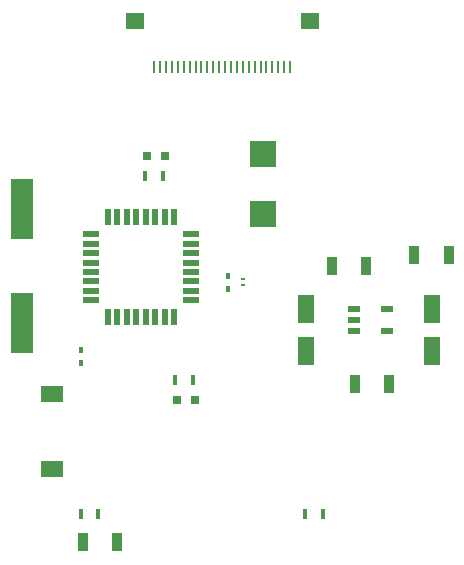
<source format=gtp>
G04 #@! TF.FileFunction,Paste,Top*
%FSLAX46Y46*%
G04 Gerber Fmt 4.6, Leading zero omitted, Abs format (unit mm)*
G04 Created by KiCad (PCBNEW 4.0.7) date 2017 November 19, Sunday 17:56:15*
%MOMM*%
%LPD*%
G01*
G04 APERTURE LIST*
%ADD10C,0.100000*%
%ADD11R,0.450000X0.540000*%
%ADD12R,0.315000X0.270000*%
%ADD13R,0.720000X0.675000*%
%ADD14R,0.990000X0.540000*%
%ADD15R,0.810000X1.530000*%
%ADD16R,0.450000X0.810000*%
%ADD17R,1.890522X5.040630*%
%ADD18R,1.440000X2.340000*%
%ADD19R,1.440000X0.495000*%
%ADD20R,0.495000X1.440000*%
%ADD21R,2.250000X2.295000*%
%ADD22R,1.980000X1.350000*%
%ADD23R,1.530000X1.350000*%
%ADD24R,0.225000X0.990000*%
G04 APERTURE END LIST*
D10*
D11*
X142000000Y-103100000D03*
X142000000Y-102000000D03*
D12*
X143300000Y-102800000D03*
X143300000Y-102250000D03*
D13*
X135150000Y-91900000D03*
X136650000Y-91900000D03*
X139200000Y-112500000D03*
X137700000Y-112500000D03*
D11*
X129600000Y-108300000D03*
X129600000Y-109400000D03*
D14*
X155500000Y-104800000D03*
X152700000Y-104800000D03*
X152700000Y-105750000D03*
X152700000Y-106700000D03*
X155500000Y-106700000D03*
D15*
X160700000Y-100300000D03*
X157800000Y-100300000D03*
X155650000Y-111200000D03*
X152750000Y-111200000D03*
X132650000Y-124600000D03*
X129750000Y-124600000D03*
X150800000Y-101200000D03*
X153700000Y-101200000D03*
D16*
X136500000Y-93600000D03*
X135000000Y-93600000D03*
X148550000Y-122200000D03*
X150050000Y-122200000D03*
X129550000Y-122200000D03*
X131050000Y-122200000D03*
X139050000Y-110800000D03*
X137550000Y-110800000D03*
D17*
X124600000Y-106048860D03*
X124600000Y-96351140D03*
D18*
X159300000Y-108400000D03*
X159300000Y-104800000D03*
X148600000Y-108400000D03*
X148600000Y-104800000D03*
D19*
X130400000Y-98500000D03*
X130400000Y-99300000D03*
X130400000Y-100100000D03*
X130400000Y-100900000D03*
X130400000Y-101700000D03*
X130400000Y-102500000D03*
X130400000Y-103300000D03*
X130400000Y-104100000D03*
D20*
X131850000Y-105550000D03*
X132650000Y-105550000D03*
X133450000Y-105550000D03*
X134250000Y-105550000D03*
X135050000Y-105550000D03*
X135850000Y-105550000D03*
X136650000Y-105550000D03*
X137450000Y-105550000D03*
D19*
X138900000Y-104100000D03*
X138900000Y-103300000D03*
X138900000Y-102500000D03*
X138900000Y-101700000D03*
X138900000Y-100900000D03*
X138900000Y-100100000D03*
X138900000Y-99300000D03*
X138900000Y-98500000D03*
D20*
X137450000Y-97050000D03*
X136650000Y-97050000D03*
X135850000Y-97050000D03*
X135050000Y-97050000D03*
X134250000Y-97050000D03*
X133450000Y-97050000D03*
X132650000Y-97050000D03*
X131850000Y-97050000D03*
D21*
X145000000Y-91700000D03*
X145000000Y-96750000D03*
D22*
X127100000Y-118400000D03*
X127100000Y-112000000D03*
D23*
X148925000Y-80450000D03*
X134125000Y-80450000D03*
D24*
X147275000Y-84350000D03*
X146775000Y-84350000D03*
X146275000Y-84350000D03*
X145775000Y-84350000D03*
X145275000Y-84350000D03*
X144775000Y-84350000D03*
X144275000Y-84350000D03*
X143775000Y-84350000D03*
X143275000Y-84350000D03*
X142775000Y-84350000D03*
X142275000Y-84350000D03*
X141775000Y-84350000D03*
X141275000Y-84350000D03*
X140775000Y-84350000D03*
X140275000Y-84350000D03*
X139775000Y-84350000D03*
X139275000Y-84350000D03*
X138775000Y-84350000D03*
X138275000Y-84350000D03*
X137775000Y-84350000D03*
X137275000Y-84350000D03*
X136775000Y-84350000D03*
X136275000Y-84350000D03*
X135775000Y-84350000D03*
M02*

</source>
